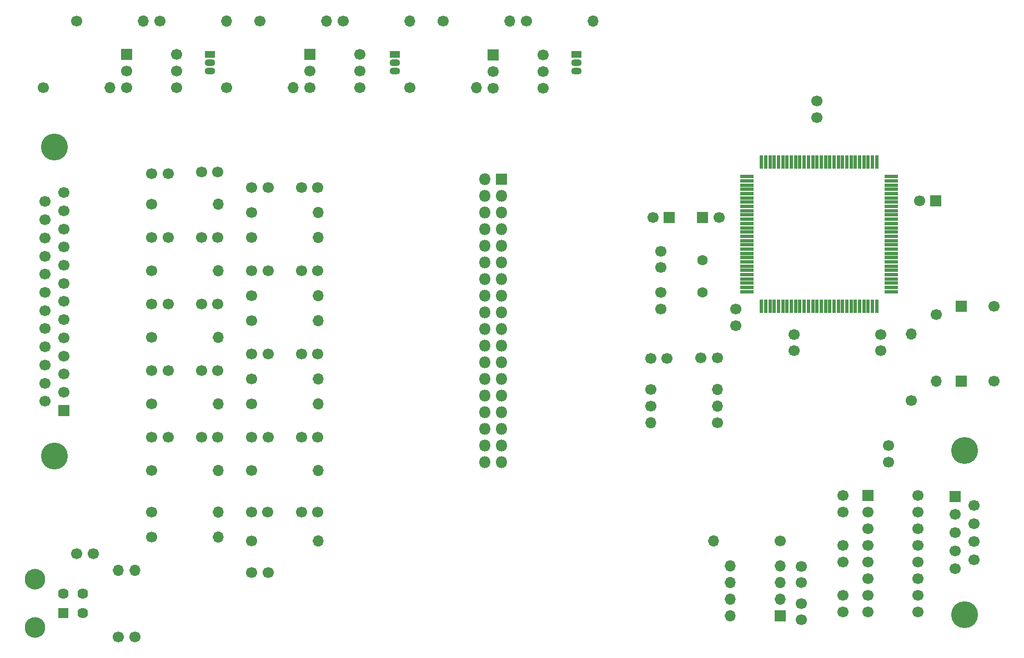
<source format=gbr>
%TF.GenerationSoftware,KiCad,Pcbnew,(5.1.6)-1*%
%TF.CreationDate,2020-07-21T06:39:55-07:00*%
%TF.ProjectId,BPEM488THD,4250454d-3438-4385-9448-442e6b696361,rev?*%
%TF.SameCoordinates,Original*%
%TF.FileFunction,Soldermask,Top*%
%TF.FilePolarity,Negative*%
%FSLAX46Y46*%
G04 Gerber Fmt 4.6, Leading zero omitted, Abs format (unit mm)*
G04 Created by KiCad (PCBNEW (5.1.6)-1) date 2020-07-21 06:39:55*
%MOMM*%
%LPD*%
G01*
G04 APERTURE LIST*
%ADD10C,1.700000*%
%ADD11O,1.700000X1.700000*%
%ADD12C,4.100000*%
%ADD13R,1.700000X1.700000*%
%ADD14R,2.132000X0.481000*%
%ADD15R,0.481000X2.132000*%
%ADD16C,1.600000*%
%ADD17R,1.600000X1.100000*%
%ADD18O,1.600000X1.100000*%
%ADD19O,1.800000X1.800000*%
%ADD20R,1.800000X1.800000*%
%ADD21R,1.624000X1.624000*%
%ADD22C,1.624000*%
%ADD23C,3.148000*%
G04 APERTURE END LIST*
D10*
%TO.C,R226*%
X95250000Y-64770000D03*
D11*
X105410000Y-64770000D03*
%TD*%
D12*
%TO.C,J202*%
X69065000Y-120976000D03*
X69065000Y-73876000D03*
D10*
X67645000Y-82191000D03*
X67645000Y-84961000D03*
X67645000Y-87731000D03*
X67645000Y-90501000D03*
X67645000Y-93271000D03*
X67645000Y-96041000D03*
X67645000Y-98811000D03*
X67645000Y-101581000D03*
X67645000Y-104351000D03*
X67645000Y-107121000D03*
X67645000Y-109891000D03*
X67645000Y-112661000D03*
X70485000Y-80806000D03*
X70485000Y-83576000D03*
X70485000Y-86346000D03*
X70485000Y-89116000D03*
X70485000Y-91886000D03*
X70485000Y-94656000D03*
X70485000Y-97426000D03*
X70485000Y-100196000D03*
X70485000Y-102966000D03*
X70485000Y-105736000D03*
X70485000Y-108506000D03*
X70485000Y-111276000D03*
D13*
X70485000Y-114046000D03*
%TD*%
D12*
%TO.C,J201*%
X207795000Y-120200000D03*
X207795000Y-145200000D03*
D10*
X209215000Y-136855000D03*
X209215000Y-134085000D03*
X209215000Y-131315000D03*
X209215000Y-128545000D03*
X206375000Y-138240000D03*
X206375000Y-135470000D03*
X206375000Y-132700000D03*
X206375000Y-129930000D03*
D13*
X206375000Y-127160000D03*
%TD*%
D11*
%TO.C,R211*%
X109220000Y-133985000D03*
D10*
X99060000Y-133985000D03*
%TD*%
%TO.C,C232*%
X196215000Y-121920000D03*
X196215000Y-119420000D03*
%TD*%
%TO.C,C231*%
X189230000Y-134660000D03*
X189230000Y-137160000D03*
%TD*%
D14*
%TO.C,U301*%
X196620500Y-78377300D03*
X196620500Y-79025000D03*
X196620500Y-79672700D03*
X196620500Y-80320400D03*
X196620500Y-80968100D03*
X196620500Y-81628500D03*
X196620500Y-82276200D03*
X196620500Y-82923900D03*
X196620500Y-83571600D03*
X196620500Y-84219300D03*
X196620500Y-84879700D03*
X196620500Y-85527400D03*
X196620500Y-86175100D03*
X196620500Y-86822800D03*
X196620500Y-87483200D03*
X196620500Y-88130900D03*
X196620500Y-88778600D03*
X196620500Y-89426300D03*
X196620500Y-90086700D03*
X196620500Y-90734400D03*
X196620500Y-91382100D03*
X196620500Y-92029800D03*
X196620500Y-92677500D03*
X196620500Y-93337900D03*
X196620500Y-93985600D03*
X196620500Y-94633300D03*
X196620500Y-95281000D03*
X196620500Y-95928700D03*
D15*
X194410700Y-98138500D03*
X193763000Y-98138500D03*
X193115300Y-98138500D03*
X192467600Y-98138500D03*
X191819900Y-98138500D03*
X191159500Y-98138500D03*
X190511800Y-98138500D03*
X189864100Y-98138500D03*
X189216400Y-98138500D03*
X188568700Y-98138500D03*
X187908300Y-98138500D03*
X187260600Y-98138500D03*
X186612900Y-98138500D03*
X185965200Y-98138500D03*
X185304800Y-98138500D03*
X184657100Y-98138500D03*
X184009400Y-98138500D03*
X183361700Y-98138500D03*
X182701300Y-98138500D03*
X182053600Y-98138500D03*
X181405900Y-98138500D03*
X180758200Y-98138500D03*
X180110500Y-98138500D03*
X179450100Y-98138500D03*
X178802400Y-98138500D03*
X178154700Y-98138500D03*
X177507000Y-98138500D03*
X176859300Y-98138500D03*
D14*
X174649500Y-95928700D03*
X174649500Y-95281000D03*
X174649500Y-94633300D03*
X174649500Y-93985600D03*
X174649500Y-93337900D03*
X174649500Y-92677500D03*
X174649500Y-92029800D03*
X174649500Y-91382100D03*
X174649500Y-90734400D03*
X174649500Y-90086700D03*
X174649500Y-89426300D03*
X174649500Y-88778600D03*
X174649500Y-88130900D03*
X174649500Y-87483200D03*
X174649500Y-86822800D03*
X174649500Y-86175100D03*
X174649500Y-85527400D03*
X174649500Y-84879700D03*
X174649500Y-84219300D03*
X174649500Y-83571600D03*
X174649500Y-82923900D03*
X174649500Y-82276200D03*
X174649500Y-81628500D03*
X174649500Y-80968100D03*
X174649500Y-80320400D03*
X174649500Y-79672700D03*
X174649500Y-79025000D03*
X174649500Y-78377300D03*
D15*
X176859300Y-76167500D03*
X177507000Y-76167500D03*
X178154700Y-76167500D03*
X178802400Y-76167500D03*
X179450100Y-76167500D03*
X180110500Y-76167500D03*
X180758200Y-76167500D03*
X181405900Y-76167500D03*
X182053600Y-76167500D03*
X182701300Y-76167500D03*
X183361700Y-76167500D03*
X184009400Y-76167500D03*
X184657100Y-76167500D03*
X185304800Y-76167500D03*
X185965200Y-76167500D03*
X186612900Y-76167500D03*
X187260600Y-76167500D03*
X187908300Y-76167500D03*
X188568700Y-76167500D03*
X189216400Y-76167500D03*
X189864100Y-76167500D03*
X190511800Y-76167500D03*
X191159500Y-76167500D03*
X191819900Y-76167500D03*
X192467600Y-76167500D03*
X193115300Y-76167500D03*
X193763000Y-76167500D03*
X194410700Y-76167500D03*
%TD*%
D10*
%TO.C,U205*%
X200660000Y-144780000D03*
X193040000Y-144780000D03*
X200660000Y-127000000D03*
X200660000Y-129540000D03*
X200660000Y-132080000D03*
X200660000Y-134620000D03*
X200660000Y-137160000D03*
X200660000Y-139700000D03*
X200660000Y-142240000D03*
X193040000Y-142240000D03*
X193040000Y-139700000D03*
X193040000Y-137160000D03*
X193040000Y-134620000D03*
X193040000Y-132080000D03*
X193040000Y-129540000D03*
D13*
X193040000Y-127000000D03*
%TD*%
D10*
%TO.C,C303*%
X185320000Y-69368000D03*
X185320000Y-66868000D03*
%TD*%
%TO.C,C307*%
X170355000Y-84613000D03*
D13*
X167855000Y-84613000D03*
%TD*%
D16*
%TO.C,Y301*%
X167855000Y-91163000D03*
X167855000Y-96043000D03*
%TD*%
D10*
%TO.C,U204*%
X87630000Y-59690000D03*
X87630000Y-62230000D03*
X87630000Y-64770000D03*
X80010000Y-64770000D03*
X80010000Y-62230000D03*
D13*
X80010000Y-59690000D03*
%TD*%
D10*
%TO.C,U203*%
X115570000Y-59690000D03*
X115570000Y-62230000D03*
X115570000Y-64770000D03*
X107950000Y-64770000D03*
X107950000Y-62230000D03*
D13*
X107950000Y-59690000D03*
%TD*%
D10*
%TO.C,U202*%
X143510000Y-59817000D03*
X143510000Y-62357000D03*
X143510000Y-64897000D03*
X135890000Y-64897000D03*
X135890000Y-62357000D03*
D13*
X135890000Y-59817000D03*
%TD*%
D11*
%TO.C,U201*%
X172085000Y-145415000D03*
X179705000Y-137795000D03*
X172085000Y-142875000D03*
X179705000Y-140335000D03*
X172085000Y-140335000D03*
X179705000Y-142875000D03*
X172085000Y-137795000D03*
D13*
X179705000Y-145415000D03*
%TD*%
D11*
%TO.C,R304*%
X199715000Y-102393000D03*
D10*
X199715000Y-112553000D03*
%TD*%
D11*
%TO.C,R303*%
X203525000Y-109543000D03*
D10*
X203525000Y-99383000D03*
%TD*%
D11*
%TO.C,R302*%
X78740000Y-138430000D03*
D10*
X78740000Y-148590000D03*
%TD*%
D11*
%TO.C,R301*%
X81280000Y-138430000D03*
D10*
X81280000Y-148590000D03*
%TD*%
D11*
%TO.C,R225*%
X133350000Y-64770000D03*
D10*
X123190000Y-64770000D03*
%TD*%
D11*
%TO.C,R214*%
X160000000Y-115976000D03*
D10*
X170160000Y-115976000D03*
%TD*%
D11*
%TO.C,R204*%
X109220000Y-87630000D03*
D10*
X99060000Y-87630000D03*
%TD*%
D11*
%TO.C,R203*%
X170160000Y-110896000D03*
D10*
X160000000Y-110896000D03*
%TD*%
D11*
%TO.C,R202*%
X170160000Y-113436000D03*
D10*
X160000000Y-113436000D03*
%TD*%
D11*
%TO.C,R201*%
X169545000Y-133985000D03*
D10*
X179705000Y-133985000D03*
%TD*%
D17*
%TO.C,Q203*%
X92710000Y-59690000D03*
D18*
X92710000Y-62230000D03*
X92710000Y-60960000D03*
%TD*%
D17*
%TO.C,Q202*%
X120930000Y-59690000D03*
D18*
X120930000Y-62230000D03*
X120930000Y-60960000D03*
%TD*%
D17*
%TO.C,Q201*%
X148590000Y-59690000D03*
D18*
X148590000Y-62230000D03*
X148590000Y-60960000D03*
%TD*%
D19*
%TO.C,J302*%
X134620000Y-121920000D03*
X137160000Y-121920000D03*
X134620000Y-119380000D03*
X137160000Y-119380000D03*
X134620000Y-116840000D03*
X137160000Y-116840000D03*
X134620000Y-114300000D03*
X137160000Y-114300000D03*
X134620000Y-111760000D03*
X137160000Y-111760000D03*
X134620000Y-109220000D03*
X137160000Y-109220000D03*
X134620000Y-106680000D03*
X137160000Y-106680000D03*
X134620000Y-104140000D03*
X137160000Y-104140000D03*
X134620000Y-101600000D03*
X137160000Y-101600000D03*
X134620000Y-99060000D03*
X137160000Y-99060000D03*
X134620000Y-96520000D03*
X137160000Y-96520000D03*
X134620000Y-93980000D03*
X137160000Y-93980000D03*
X134620000Y-91440000D03*
X137160000Y-91440000D03*
X134620000Y-88900000D03*
X137160000Y-88900000D03*
X134620000Y-86360000D03*
X137160000Y-86360000D03*
X134620000Y-83820000D03*
X137160000Y-83820000D03*
X134620000Y-81280000D03*
X137160000Y-81280000D03*
X134620000Y-78740000D03*
D20*
X137160000Y-78740000D03*
%TD*%
D21*
%TO.C,J301*%
X70358000Y-145010000D03*
D22*
X70358000Y-142010000D03*
D23*
X66038000Y-147170000D03*
X66038000Y-139850000D03*
D22*
X73358000Y-145010000D03*
X73358000Y-142010000D03*
%TD*%
D10*
%TO.C,C312*%
X212335000Y-109543000D03*
D13*
X207335000Y-109543000D03*
%TD*%
D10*
%TO.C,C311*%
X212335000Y-98113000D03*
D13*
X207335000Y-98113000D03*
%TD*%
D10*
%TO.C,C310*%
X172935000Y-101118000D03*
X172935000Y-98618000D03*
%TD*%
%TO.C,C309*%
X160275000Y-84613000D03*
D13*
X162775000Y-84613000D03*
%TD*%
D10*
%TO.C,C308*%
X72430000Y-135890000D03*
X74930000Y-135890000D03*
%TD*%
%TO.C,C306*%
X200915000Y-82073000D03*
D13*
X203415000Y-82073000D03*
%TD*%
D10*
%TO.C,C305*%
X195005000Y-102433000D03*
X195005000Y-104933000D03*
%TD*%
%TO.C,C304*%
X181855000Y-102433000D03*
X181855000Y-104933000D03*
%TD*%
%TO.C,C302*%
X161505000Y-98543000D03*
X161505000Y-96043000D03*
%TD*%
%TO.C,C301*%
X161505000Y-89733000D03*
X161505000Y-92233000D03*
%TD*%
%TO.C,C218*%
X182880000Y-146010000D03*
X182880000Y-143510000D03*
%TD*%
%TO.C,C217*%
X182880000Y-137835000D03*
X182880000Y-140335000D03*
%TD*%
%TO.C,C212*%
X99100000Y-105410000D03*
X101600000Y-105410000D03*
%TD*%
%TO.C,C211*%
X99100000Y-92710000D03*
X101600000Y-92710000D03*
%TD*%
%TO.C,C210*%
X99100000Y-80010000D03*
X101600000Y-80010000D03*
%TD*%
%TO.C,C209*%
X159940000Y-106136000D03*
X162440000Y-106136000D03*
%TD*%
%TO.C,C204*%
X109180000Y-105410000D03*
X106680000Y-105410000D03*
%TD*%
%TO.C,C203*%
X109180000Y-92710000D03*
X106680000Y-92710000D03*
%TD*%
%TO.C,C202*%
X109180000Y-80010000D03*
X106680000Y-80010000D03*
%TD*%
%TO.C,C201*%
X170120000Y-106070000D03*
X167620000Y-106070000D03*
%TD*%
%TO.C,C205*%
X109180000Y-118110000D03*
X106680000Y-118110000D03*
%TD*%
%TO.C,C206*%
X106680000Y-129540000D03*
X109180000Y-129540000D03*
%TD*%
%TO.C,C207*%
X99120000Y-138800000D03*
X101620000Y-138800000D03*
%TD*%
%TO.C,C208*%
X91440000Y-77650000D03*
X93940000Y-77650000D03*
%TD*%
%TO.C,C213*%
X101600000Y-118110000D03*
X99100000Y-118110000D03*
%TD*%
%TO.C,C214*%
X99060000Y-129540000D03*
X101560000Y-129540000D03*
%TD*%
%TO.C,C216*%
X86360000Y-77880000D03*
X83860000Y-77880000D03*
%TD*%
%TO.C,C219*%
X93940000Y-87630000D03*
X91440000Y-87630000D03*
%TD*%
%TO.C,C220*%
X91440000Y-97790000D03*
X93940000Y-97790000D03*
%TD*%
%TO.C,C221*%
X93940000Y-107950000D03*
X91440000Y-107950000D03*
%TD*%
%TO.C,C222*%
X91440000Y-118110000D03*
X93940000Y-118110000D03*
%TD*%
%TO.C,C223*%
X83860000Y-87630000D03*
X86360000Y-87630000D03*
%TD*%
%TO.C,C224*%
X86360000Y-97790000D03*
X83860000Y-97790000D03*
%TD*%
%TO.C,C225*%
X83860000Y-107950000D03*
X86360000Y-107950000D03*
%TD*%
%TO.C,C226*%
X86360000Y-118110000D03*
X83860000Y-118110000D03*
%TD*%
%TO.C,C230*%
X189230000Y-129540000D03*
X189230000Y-127040000D03*
%TD*%
%TO.C,C233*%
X189230000Y-142280000D03*
X189230000Y-144780000D03*
%TD*%
%TO.C,R205*%
X99060000Y-83820000D03*
D11*
X109220000Y-83820000D03*
%TD*%
%TO.C,R206*%
X109220000Y-100330000D03*
D10*
X99060000Y-100330000D03*
%TD*%
D11*
%TO.C,R207*%
X109220000Y-96520000D03*
D10*
X99060000Y-96520000D03*
%TD*%
D11*
%TO.C,R208*%
X109220000Y-113030000D03*
D10*
X99060000Y-113030000D03*
%TD*%
%TO.C,R209*%
X99060000Y-109220000D03*
D11*
X109220000Y-109220000D03*
%TD*%
D10*
%TO.C,R210*%
X99060000Y-123190000D03*
D11*
X109220000Y-123190000D03*
%TD*%
D10*
%TO.C,R212*%
X83820000Y-133350000D03*
D11*
X93980000Y-133350000D03*
%TD*%
%TO.C,R213*%
X93980000Y-82550000D03*
D10*
X83820000Y-82550000D03*
%TD*%
D11*
%TO.C,R215*%
X93980000Y-92710000D03*
D10*
X83820000Y-92710000D03*
%TD*%
%TO.C,R216*%
X83820000Y-102870000D03*
D11*
X93980000Y-102870000D03*
%TD*%
%TO.C,R217*%
X93980000Y-113030000D03*
D10*
X83820000Y-113030000D03*
%TD*%
%TO.C,R218*%
X83820000Y-123190000D03*
D11*
X93980000Y-123190000D03*
%TD*%
D10*
%TO.C,R219*%
X140970000Y-54610000D03*
D11*
X151130000Y-54610000D03*
%TD*%
%TO.C,R220*%
X123190000Y-54610000D03*
D10*
X113030000Y-54610000D03*
%TD*%
%TO.C,R221*%
X85090000Y-54610000D03*
D11*
X95250000Y-54610000D03*
%TD*%
%TO.C,R222*%
X138430000Y-54610000D03*
D10*
X128270000Y-54610000D03*
%TD*%
%TO.C,R223*%
X100330000Y-54610000D03*
D11*
X110490000Y-54610000D03*
%TD*%
%TO.C,R224*%
X82550000Y-54610000D03*
D10*
X72390000Y-54610000D03*
%TD*%
D11*
%TO.C,R227*%
X77470000Y-64770000D03*
D10*
X67310000Y-64770000D03*
%TD*%
%TO.C,R228*%
X83820000Y-129540000D03*
D11*
X93980000Y-129540000D03*
%TD*%
M02*

</source>
